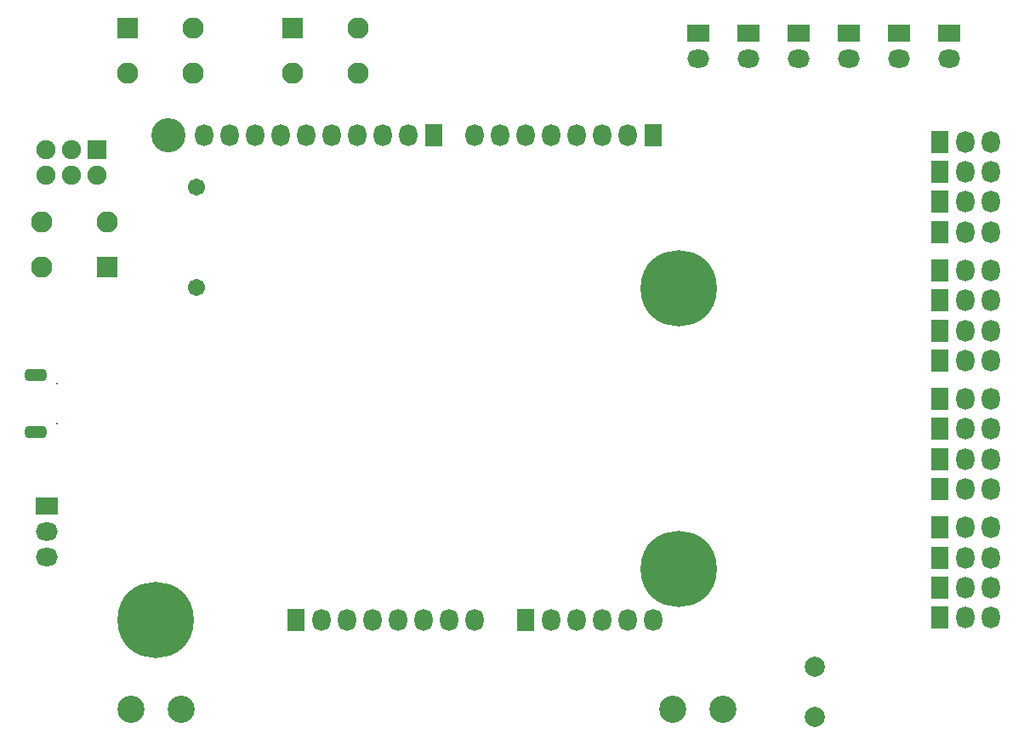
<source format=gbs>
G04 Layer_Color=16711935*
%FSLAX25Y25*%
%MOIN*%
G70*
G01*
G75*
G04:AMPARAMS|DCode=49|XSize=84.65mil|YSize=47.24mil|CornerRadius=14.17mil|HoleSize=0mil|Usage=FLASHONLY|Rotation=0.000|XOffset=0mil|YOffset=0mil|HoleType=Round|Shape=RoundedRectangle|*
%AMROUNDEDRECTD49*
21,1,0.08465,0.01890,0,0,0.0*
21,1,0.05630,0.04724,0,0,0.0*
1,1,0.02835,0.02815,-0.00945*
1,1,0.02835,-0.02815,-0.00945*
1,1,0.02835,-0.02815,0.00945*
1,1,0.02835,0.02815,0.00945*
%
%ADD49ROUNDEDRECTD49*%
%ADD68C,0.13398*%
%ADD69C,0.10642*%
%ADD70C,0.08280*%
%ADD71R,0.08280X0.08280*%
%ADD72R,0.07099X0.08674*%
%ADD73O,0.07099X0.08674*%
%ADD74C,0.06706*%
%ADD75R,0.07493X0.07493*%
%ADD76C,0.07493*%
%ADD77R,0.08674X0.07099*%
%ADD78O,0.08674X0.07099*%
%ADD79C,0.07887*%
%ADD80C,0.29934*%
%ADD81C,0.00800*%
D49*
X7874Y149409D02*
D03*
Y127165D02*
D03*
D68*
X60000Y243307D02*
D03*
D69*
X45276Y18504D02*
D03*
X64961D02*
D03*
X257480D02*
D03*
X277165D02*
D03*
D70*
X44094Y267717D02*
D03*
X69685D02*
D03*
Y285433D02*
D03*
X108661Y267717D02*
D03*
X134252D02*
D03*
Y285433D02*
D03*
X35827Y209449D02*
D03*
X10236D02*
D03*
Y191732D02*
D03*
D71*
X44094Y285433D02*
D03*
X108661D02*
D03*
X35827Y191732D02*
D03*
D72*
X110000Y53307D02*
D03*
X250000Y243307D02*
D03*
X200000Y53307D02*
D03*
X164000Y243307D02*
D03*
X362205Y155118D02*
D03*
Y166929D02*
D03*
Y178740D02*
D03*
Y190551D02*
D03*
Y205512D02*
D03*
Y217323D02*
D03*
Y229134D02*
D03*
Y240945D02*
D03*
Y54331D02*
D03*
Y66142D02*
D03*
Y104724D02*
D03*
Y116535D02*
D03*
Y77953D02*
D03*
Y89764D02*
D03*
Y128347D02*
D03*
Y140157D02*
D03*
D73*
X120000Y53307D02*
D03*
X130000D02*
D03*
X140000D02*
D03*
X150000D02*
D03*
X160000D02*
D03*
X170000D02*
D03*
X180000D02*
D03*
X240000Y243307D02*
D03*
X230000D02*
D03*
X220000D02*
D03*
X210000D02*
D03*
X200000D02*
D03*
X190000D02*
D03*
X180000D02*
D03*
X250000Y53307D02*
D03*
X240000D02*
D03*
X230000D02*
D03*
X220000D02*
D03*
X210000D02*
D03*
X74000Y243307D02*
D03*
X84000D02*
D03*
X94000D02*
D03*
X104000D02*
D03*
X114000D02*
D03*
X124000D02*
D03*
X134000D02*
D03*
X144000D02*
D03*
X154000D02*
D03*
X382205Y155118D02*
D03*
X372205D02*
D03*
Y166929D02*
D03*
X382205D02*
D03*
Y178740D02*
D03*
X372205D02*
D03*
Y190551D02*
D03*
X382205D02*
D03*
Y205512D02*
D03*
X372205D02*
D03*
Y217323D02*
D03*
X382205D02*
D03*
Y229134D02*
D03*
X372205D02*
D03*
Y240945D02*
D03*
X382205D02*
D03*
Y54331D02*
D03*
X372205D02*
D03*
Y66142D02*
D03*
X382205D02*
D03*
Y104724D02*
D03*
X372205D02*
D03*
Y116535D02*
D03*
X382205D02*
D03*
Y77953D02*
D03*
X372205D02*
D03*
Y89764D02*
D03*
X382205D02*
D03*
Y128347D02*
D03*
X372205D02*
D03*
Y140157D02*
D03*
X382205D02*
D03*
D74*
X70866Y183858D02*
D03*
Y223228D02*
D03*
D75*
X31890Y237795D02*
D03*
D76*
X21890D02*
D03*
X11890D02*
D03*
X31890Y227795D02*
D03*
X21890D02*
D03*
X11890D02*
D03*
D77*
X267717Y283465D02*
D03*
X287402D02*
D03*
X307087D02*
D03*
X326772D02*
D03*
X346457D02*
D03*
X366142D02*
D03*
X12205Y98032D02*
D03*
D78*
X267717Y273465D02*
D03*
X287402D02*
D03*
X307087D02*
D03*
X326772D02*
D03*
X346457D02*
D03*
X366142D02*
D03*
X12205Y88032D02*
D03*
Y78031D02*
D03*
D79*
X313386Y35039D02*
D03*
Y15354D02*
D03*
D80*
X260000Y73307D02*
D03*
Y183307D02*
D03*
X55000Y53307D02*
D03*
D81*
X16339Y146161D02*
D03*
X16339Y130413D02*
D03*
M02*

</source>
